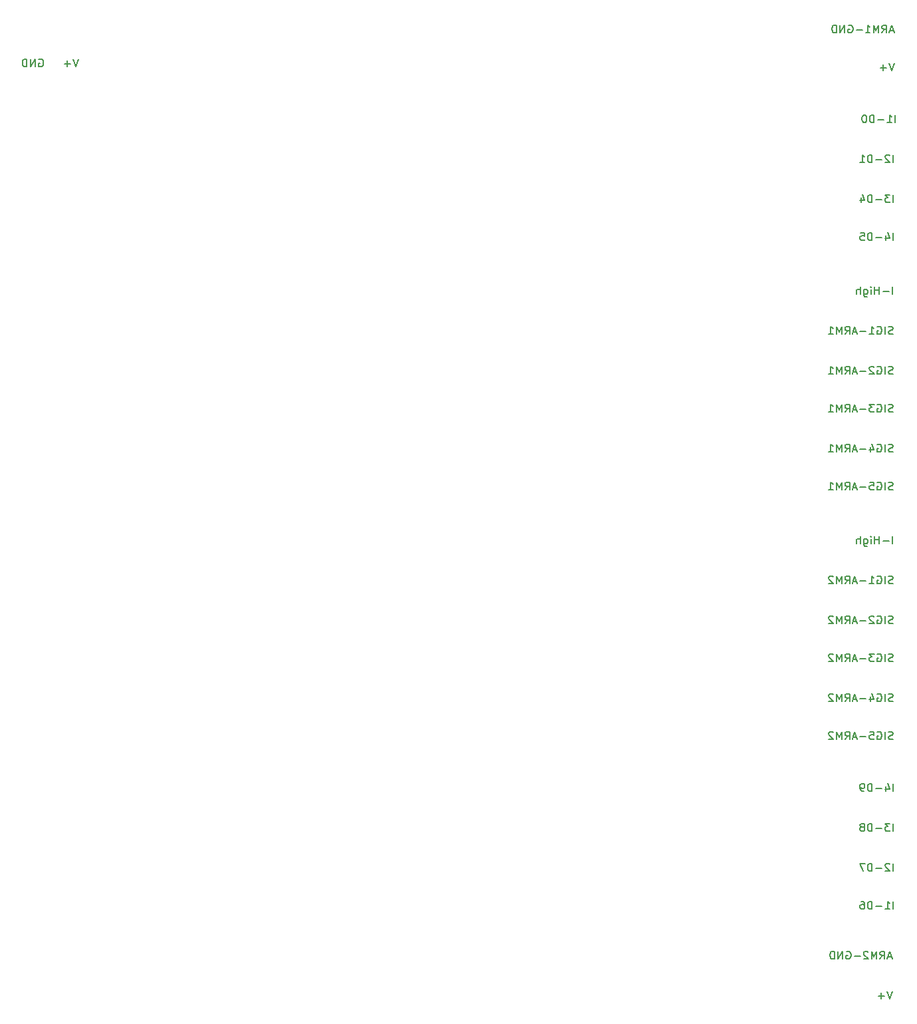
<source format=gbo>
G04 #@! TF.GenerationSoftware,KiCad,Pcbnew,(5.1.2)-2*
G04 #@! TF.CreationDate,2019-06-30T10:01:43-04:00*
G04 #@! TF.ProjectId,controller,636f6e74-726f-46c6-9c65-722e6b696361,rev?*
G04 #@! TF.SameCoordinates,Original*
G04 #@! TF.FileFunction,Legend,Bot*
G04 #@! TF.FilePolarity,Positive*
%FSLAX46Y46*%
G04 Gerber Fmt 4.6, Leading zero omitted, Abs format (unit mm)*
G04 Created by KiCad (PCBNEW (5.1.2)-2) date 2019-06-30 10:01:43*
%MOMM*%
%LPD*%
G04 APERTURE LIST*
%ADD10C,0.150000*%
G04 APERTURE END LIST*
D10*
X120141904Y-30742000D02*
X120237142Y-30694380D01*
X120380000Y-30694380D01*
X120522857Y-30742000D01*
X120618095Y-30837238D01*
X120665714Y-30932476D01*
X120713333Y-31122952D01*
X120713333Y-31265809D01*
X120665714Y-31456285D01*
X120618095Y-31551523D01*
X120522857Y-31646761D01*
X120380000Y-31694380D01*
X120284761Y-31694380D01*
X120141904Y-31646761D01*
X120094285Y-31599142D01*
X120094285Y-31265809D01*
X120284761Y-31265809D01*
X119665714Y-31694380D02*
X119665714Y-30694380D01*
X119094285Y-31694380D01*
X119094285Y-30694380D01*
X118618095Y-31694380D02*
X118618095Y-30694380D01*
X118380000Y-30694380D01*
X118237142Y-30742000D01*
X118141904Y-30837238D01*
X118094285Y-30932476D01*
X118046666Y-31122952D01*
X118046666Y-31265809D01*
X118094285Y-31456285D01*
X118141904Y-31551523D01*
X118237142Y-31646761D01*
X118380000Y-31694380D01*
X118618095Y-31694380D01*
X125158380Y-30694380D02*
X124825047Y-31694380D01*
X124491714Y-30694380D01*
X124158380Y-31313428D02*
X123396476Y-31313428D01*
X123777428Y-31694380D02*
X123777428Y-30932476D01*
X228885238Y-117244761D02*
X228742380Y-117292380D01*
X228504285Y-117292380D01*
X228409047Y-117244761D01*
X228361428Y-117197142D01*
X228313809Y-117101904D01*
X228313809Y-117006666D01*
X228361428Y-116911428D01*
X228409047Y-116863809D01*
X228504285Y-116816190D01*
X228694761Y-116768571D01*
X228790000Y-116720952D01*
X228837619Y-116673333D01*
X228885238Y-116578095D01*
X228885238Y-116482857D01*
X228837619Y-116387619D01*
X228790000Y-116340000D01*
X228694761Y-116292380D01*
X228456666Y-116292380D01*
X228313809Y-116340000D01*
X227885238Y-117292380D02*
X227885238Y-116292380D01*
X226885238Y-116340000D02*
X226980476Y-116292380D01*
X227123333Y-116292380D01*
X227266190Y-116340000D01*
X227361428Y-116435238D01*
X227409047Y-116530476D01*
X227456666Y-116720952D01*
X227456666Y-116863809D01*
X227409047Y-117054285D01*
X227361428Y-117149523D01*
X227266190Y-117244761D01*
X227123333Y-117292380D01*
X227028095Y-117292380D01*
X226885238Y-117244761D01*
X226837619Y-117197142D01*
X226837619Y-116863809D01*
X227028095Y-116863809D01*
X225932857Y-116292380D02*
X226409047Y-116292380D01*
X226456666Y-116768571D01*
X226409047Y-116720952D01*
X226313809Y-116673333D01*
X226075714Y-116673333D01*
X225980476Y-116720952D01*
X225932857Y-116768571D01*
X225885238Y-116863809D01*
X225885238Y-117101904D01*
X225932857Y-117197142D01*
X225980476Y-117244761D01*
X226075714Y-117292380D01*
X226313809Y-117292380D01*
X226409047Y-117244761D01*
X226456666Y-117197142D01*
X225456666Y-116911428D02*
X224694761Y-116911428D01*
X224266190Y-117006666D02*
X223790000Y-117006666D01*
X224361428Y-117292380D02*
X224028095Y-116292380D01*
X223694761Y-117292380D01*
X222790000Y-117292380D02*
X223123333Y-116816190D01*
X223361428Y-117292380D02*
X223361428Y-116292380D01*
X222980476Y-116292380D01*
X222885238Y-116340000D01*
X222837619Y-116387619D01*
X222790000Y-116482857D01*
X222790000Y-116625714D01*
X222837619Y-116720952D01*
X222885238Y-116768571D01*
X222980476Y-116816190D01*
X223361428Y-116816190D01*
X222361428Y-117292380D02*
X222361428Y-116292380D01*
X222028095Y-117006666D01*
X221694761Y-116292380D01*
X221694761Y-117292380D01*
X221266190Y-116387619D02*
X221218571Y-116340000D01*
X221123333Y-116292380D01*
X220885238Y-116292380D01*
X220790000Y-116340000D01*
X220742380Y-116387619D01*
X220694761Y-116482857D01*
X220694761Y-116578095D01*
X220742380Y-116720952D01*
X221313809Y-117292380D01*
X220694761Y-117292380D01*
X228885238Y-112418761D02*
X228742380Y-112466380D01*
X228504285Y-112466380D01*
X228409047Y-112418761D01*
X228361428Y-112371142D01*
X228313809Y-112275904D01*
X228313809Y-112180666D01*
X228361428Y-112085428D01*
X228409047Y-112037809D01*
X228504285Y-111990190D01*
X228694761Y-111942571D01*
X228790000Y-111894952D01*
X228837619Y-111847333D01*
X228885238Y-111752095D01*
X228885238Y-111656857D01*
X228837619Y-111561619D01*
X228790000Y-111514000D01*
X228694761Y-111466380D01*
X228456666Y-111466380D01*
X228313809Y-111514000D01*
X227885238Y-112466380D02*
X227885238Y-111466380D01*
X226885238Y-111514000D02*
X226980476Y-111466380D01*
X227123333Y-111466380D01*
X227266190Y-111514000D01*
X227361428Y-111609238D01*
X227409047Y-111704476D01*
X227456666Y-111894952D01*
X227456666Y-112037809D01*
X227409047Y-112228285D01*
X227361428Y-112323523D01*
X227266190Y-112418761D01*
X227123333Y-112466380D01*
X227028095Y-112466380D01*
X226885238Y-112418761D01*
X226837619Y-112371142D01*
X226837619Y-112037809D01*
X227028095Y-112037809D01*
X225980476Y-111799714D02*
X225980476Y-112466380D01*
X226218571Y-111418761D02*
X226456666Y-112133047D01*
X225837619Y-112133047D01*
X225456666Y-112085428D02*
X224694761Y-112085428D01*
X224266190Y-112180666D02*
X223790000Y-112180666D01*
X224361428Y-112466380D02*
X224028095Y-111466380D01*
X223694761Y-112466380D01*
X222790000Y-112466380D02*
X223123333Y-111990190D01*
X223361428Y-112466380D02*
X223361428Y-111466380D01*
X222980476Y-111466380D01*
X222885238Y-111514000D01*
X222837619Y-111561619D01*
X222790000Y-111656857D01*
X222790000Y-111799714D01*
X222837619Y-111894952D01*
X222885238Y-111942571D01*
X222980476Y-111990190D01*
X223361428Y-111990190D01*
X222361428Y-112466380D02*
X222361428Y-111466380D01*
X222028095Y-112180666D01*
X221694761Y-111466380D01*
X221694761Y-112466380D01*
X221266190Y-111561619D02*
X221218571Y-111514000D01*
X221123333Y-111466380D01*
X220885238Y-111466380D01*
X220790000Y-111514000D01*
X220742380Y-111561619D01*
X220694761Y-111656857D01*
X220694761Y-111752095D01*
X220742380Y-111894952D01*
X221313809Y-112466380D01*
X220694761Y-112466380D01*
X228885238Y-107338761D02*
X228742380Y-107386380D01*
X228504285Y-107386380D01*
X228409047Y-107338761D01*
X228361428Y-107291142D01*
X228313809Y-107195904D01*
X228313809Y-107100666D01*
X228361428Y-107005428D01*
X228409047Y-106957809D01*
X228504285Y-106910190D01*
X228694761Y-106862571D01*
X228790000Y-106814952D01*
X228837619Y-106767333D01*
X228885238Y-106672095D01*
X228885238Y-106576857D01*
X228837619Y-106481619D01*
X228790000Y-106434000D01*
X228694761Y-106386380D01*
X228456666Y-106386380D01*
X228313809Y-106434000D01*
X227885238Y-107386380D02*
X227885238Y-106386380D01*
X226885238Y-106434000D02*
X226980476Y-106386380D01*
X227123333Y-106386380D01*
X227266190Y-106434000D01*
X227361428Y-106529238D01*
X227409047Y-106624476D01*
X227456666Y-106814952D01*
X227456666Y-106957809D01*
X227409047Y-107148285D01*
X227361428Y-107243523D01*
X227266190Y-107338761D01*
X227123333Y-107386380D01*
X227028095Y-107386380D01*
X226885238Y-107338761D01*
X226837619Y-107291142D01*
X226837619Y-106957809D01*
X227028095Y-106957809D01*
X226504285Y-106386380D02*
X225885238Y-106386380D01*
X226218571Y-106767333D01*
X226075714Y-106767333D01*
X225980476Y-106814952D01*
X225932857Y-106862571D01*
X225885238Y-106957809D01*
X225885238Y-107195904D01*
X225932857Y-107291142D01*
X225980476Y-107338761D01*
X226075714Y-107386380D01*
X226361428Y-107386380D01*
X226456666Y-107338761D01*
X226504285Y-107291142D01*
X225456666Y-107005428D02*
X224694761Y-107005428D01*
X224266190Y-107100666D02*
X223790000Y-107100666D01*
X224361428Y-107386380D02*
X224028095Y-106386380D01*
X223694761Y-107386380D01*
X222790000Y-107386380D02*
X223123333Y-106910190D01*
X223361428Y-107386380D02*
X223361428Y-106386380D01*
X222980476Y-106386380D01*
X222885238Y-106434000D01*
X222837619Y-106481619D01*
X222790000Y-106576857D01*
X222790000Y-106719714D01*
X222837619Y-106814952D01*
X222885238Y-106862571D01*
X222980476Y-106910190D01*
X223361428Y-106910190D01*
X222361428Y-107386380D02*
X222361428Y-106386380D01*
X222028095Y-107100666D01*
X221694761Y-106386380D01*
X221694761Y-107386380D01*
X221266190Y-106481619D02*
X221218571Y-106434000D01*
X221123333Y-106386380D01*
X220885238Y-106386380D01*
X220790000Y-106434000D01*
X220742380Y-106481619D01*
X220694761Y-106576857D01*
X220694761Y-106672095D01*
X220742380Y-106814952D01*
X221313809Y-107386380D01*
X220694761Y-107386380D01*
X228885238Y-102512761D02*
X228742380Y-102560380D01*
X228504285Y-102560380D01*
X228409047Y-102512761D01*
X228361428Y-102465142D01*
X228313809Y-102369904D01*
X228313809Y-102274666D01*
X228361428Y-102179428D01*
X228409047Y-102131809D01*
X228504285Y-102084190D01*
X228694761Y-102036571D01*
X228790000Y-101988952D01*
X228837619Y-101941333D01*
X228885238Y-101846095D01*
X228885238Y-101750857D01*
X228837619Y-101655619D01*
X228790000Y-101608000D01*
X228694761Y-101560380D01*
X228456666Y-101560380D01*
X228313809Y-101608000D01*
X227885238Y-102560380D02*
X227885238Y-101560380D01*
X226885238Y-101608000D02*
X226980476Y-101560380D01*
X227123333Y-101560380D01*
X227266190Y-101608000D01*
X227361428Y-101703238D01*
X227409047Y-101798476D01*
X227456666Y-101988952D01*
X227456666Y-102131809D01*
X227409047Y-102322285D01*
X227361428Y-102417523D01*
X227266190Y-102512761D01*
X227123333Y-102560380D01*
X227028095Y-102560380D01*
X226885238Y-102512761D01*
X226837619Y-102465142D01*
X226837619Y-102131809D01*
X227028095Y-102131809D01*
X226456666Y-101655619D02*
X226409047Y-101608000D01*
X226313809Y-101560380D01*
X226075714Y-101560380D01*
X225980476Y-101608000D01*
X225932857Y-101655619D01*
X225885238Y-101750857D01*
X225885238Y-101846095D01*
X225932857Y-101988952D01*
X226504285Y-102560380D01*
X225885238Y-102560380D01*
X225456666Y-102179428D02*
X224694761Y-102179428D01*
X224266190Y-102274666D02*
X223790000Y-102274666D01*
X224361428Y-102560380D02*
X224028095Y-101560380D01*
X223694761Y-102560380D01*
X222790000Y-102560380D02*
X223123333Y-102084190D01*
X223361428Y-102560380D02*
X223361428Y-101560380D01*
X222980476Y-101560380D01*
X222885238Y-101608000D01*
X222837619Y-101655619D01*
X222790000Y-101750857D01*
X222790000Y-101893714D01*
X222837619Y-101988952D01*
X222885238Y-102036571D01*
X222980476Y-102084190D01*
X223361428Y-102084190D01*
X222361428Y-102560380D02*
X222361428Y-101560380D01*
X222028095Y-102274666D01*
X221694761Y-101560380D01*
X221694761Y-102560380D01*
X221266190Y-101655619D02*
X221218571Y-101608000D01*
X221123333Y-101560380D01*
X220885238Y-101560380D01*
X220790000Y-101608000D01*
X220742380Y-101655619D01*
X220694761Y-101750857D01*
X220694761Y-101846095D01*
X220742380Y-101988952D01*
X221313809Y-102560380D01*
X220694761Y-102560380D01*
X228885238Y-97432761D02*
X228742380Y-97480380D01*
X228504285Y-97480380D01*
X228409047Y-97432761D01*
X228361428Y-97385142D01*
X228313809Y-97289904D01*
X228313809Y-97194666D01*
X228361428Y-97099428D01*
X228409047Y-97051809D01*
X228504285Y-97004190D01*
X228694761Y-96956571D01*
X228790000Y-96908952D01*
X228837619Y-96861333D01*
X228885238Y-96766095D01*
X228885238Y-96670857D01*
X228837619Y-96575619D01*
X228790000Y-96528000D01*
X228694761Y-96480380D01*
X228456666Y-96480380D01*
X228313809Y-96528000D01*
X227885238Y-97480380D02*
X227885238Y-96480380D01*
X226885238Y-96528000D02*
X226980476Y-96480380D01*
X227123333Y-96480380D01*
X227266190Y-96528000D01*
X227361428Y-96623238D01*
X227409047Y-96718476D01*
X227456666Y-96908952D01*
X227456666Y-97051809D01*
X227409047Y-97242285D01*
X227361428Y-97337523D01*
X227266190Y-97432761D01*
X227123333Y-97480380D01*
X227028095Y-97480380D01*
X226885238Y-97432761D01*
X226837619Y-97385142D01*
X226837619Y-97051809D01*
X227028095Y-97051809D01*
X225885238Y-97480380D02*
X226456666Y-97480380D01*
X226170952Y-97480380D02*
X226170952Y-96480380D01*
X226266190Y-96623238D01*
X226361428Y-96718476D01*
X226456666Y-96766095D01*
X225456666Y-97099428D02*
X224694761Y-97099428D01*
X224266190Y-97194666D02*
X223790000Y-97194666D01*
X224361428Y-97480380D02*
X224028095Y-96480380D01*
X223694761Y-97480380D01*
X222790000Y-97480380D02*
X223123333Y-97004190D01*
X223361428Y-97480380D02*
X223361428Y-96480380D01*
X222980476Y-96480380D01*
X222885238Y-96528000D01*
X222837619Y-96575619D01*
X222790000Y-96670857D01*
X222790000Y-96813714D01*
X222837619Y-96908952D01*
X222885238Y-96956571D01*
X222980476Y-97004190D01*
X223361428Y-97004190D01*
X222361428Y-97480380D02*
X222361428Y-96480380D01*
X222028095Y-97194666D01*
X221694761Y-96480380D01*
X221694761Y-97480380D01*
X221266190Y-96575619D02*
X221218571Y-96528000D01*
X221123333Y-96480380D01*
X220885238Y-96480380D01*
X220790000Y-96528000D01*
X220742380Y-96575619D01*
X220694761Y-96670857D01*
X220694761Y-96766095D01*
X220742380Y-96908952D01*
X221313809Y-97480380D01*
X220694761Y-97480380D01*
X228853714Y-92400380D02*
X228853714Y-91400380D01*
X228377523Y-92019428D02*
X227615619Y-92019428D01*
X227139428Y-92400380D02*
X227139428Y-91400380D01*
X227139428Y-91876571D02*
X226568000Y-91876571D01*
X226568000Y-92400380D02*
X226568000Y-91400380D01*
X226091809Y-92400380D02*
X226091809Y-91733714D01*
X226091809Y-91400380D02*
X226139428Y-91448000D01*
X226091809Y-91495619D01*
X226044190Y-91448000D01*
X226091809Y-91400380D01*
X226091809Y-91495619D01*
X225187047Y-91733714D02*
X225187047Y-92543238D01*
X225234666Y-92638476D01*
X225282285Y-92686095D01*
X225377523Y-92733714D01*
X225520380Y-92733714D01*
X225615619Y-92686095D01*
X225187047Y-92352761D02*
X225282285Y-92400380D01*
X225472761Y-92400380D01*
X225568000Y-92352761D01*
X225615619Y-92305142D01*
X225663238Y-92209904D01*
X225663238Y-91924190D01*
X225615619Y-91828952D01*
X225568000Y-91781333D01*
X225472761Y-91733714D01*
X225282285Y-91733714D01*
X225187047Y-91781333D01*
X224710857Y-92400380D02*
X224710857Y-91400380D01*
X224282285Y-92400380D02*
X224282285Y-91876571D01*
X224329904Y-91781333D01*
X224425142Y-91733714D01*
X224568000Y-91733714D01*
X224663238Y-91781333D01*
X224710857Y-91828952D01*
X228885238Y-85494761D02*
X228742380Y-85542380D01*
X228504285Y-85542380D01*
X228409047Y-85494761D01*
X228361428Y-85447142D01*
X228313809Y-85351904D01*
X228313809Y-85256666D01*
X228361428Y-85161428D01*
X228409047Y-85113809D01*
X228504285Y-85066190D01*
X228694761Y-85018571D01*
X228790000Y-84970952D01*
X228837619Y-84923333D01*
X228885238Y-84828095D01*
X228885238Y-84732857D01*
X228837619Y-84637619D01*
X228790000Y-84590000D01*
X228694761Y-84542380D01*
X228456666Y-84542380D01*
X228313809Y-84590000D01*
X227885238Y-85542380D02*
X227885238Y-84542380D01*
X226885238Y-84590000D02*
X226980476Y-84542380D01*
X227123333Y-84542380D01*
X227266190Y-84590000D01*
X227361428Y-84685238D01*
X227409047Y-84780476D01*
X227456666Y-84970952D01*
X227456666Y-85113809D01*
X227409047Y-85304285D01*
X227361428Y-85399523D01*
X227266190Y-85494761D01*
X227123333Y-85542380D01*
X227028095Y-85542380D01*
X226885238Y-85494761D01*
X226837619Y-85447142D01*
X226837619Y-85113809D01*
X227028095Y-85113809D01*
X225932857Y-84542380D02*
X226409047Y-84542380D01*
X226456666Y-85018571D01*
X226409047Y-84970952D01*
X226313809Y-84923333D01*
X226075714Y-84923333D01*
X225980476Y-84970952D01*
X225932857Y-85018571D01*
X225885238Y-85113809D01*
X225885238Y-85351904D01*
X225932857Y-85447142D01*
X225980476Y-85494761D01*
X226075714Y-85542380D01*
X226313809Y-85542380D01*
X226409047Y-85494761D01*
X226456666Y-85447142D01*
X225456666Y-85161428D02*
X224694761Y-85161428D01*
X224266190Y-85256666D02*
X223790000Y-85256666D01*
X224361428Y-85542380D02*
X224028095Y-84542380D01*
X223694761Y-85542380D01*
X222790000Y-85542380D02*
X223123333Y-85066190D01*
X223361428Y-85542380D02*
X223361428Y-84542380D01*
X222980476Y-84542380D01*
X222885238Y-84590000D01*
X222837619Y-84637619D01*
X222790000Y-84732857D01*
X222790000Y-84875714D01*
X222837619Y-84970952D01*
X222885238Y-85018571D01*
X222980476Y-85066190D01*
X223361428Y-85066190D01*
X222361428Y-85542380D02*
X222361428Y-84542380D01*
X222028095Y-85256666D01*
X221694761Y-84542380D01*
X221694761Y-85542380D01*
X220694761Y-85542380D02*
X221266190Y-85542380D01*
X220980476Y-85542380D02*
X220980476Y-84542380D01*
X221075714Y-84685238D01*
X221170952Y-84780476D01*
X221266190Y-84828095D01*
X228885238Y-80668761D02*
X228742380Y-80716380D01*
X228504285Y-80716380D01*
X228409047Y-80668761D01*
X228361428Y-80621142D01*
X228313809Y-80525904D01*
X228313809Y-80430666D01*
X228361428Y-80335428D01*
X228409047Y-80287809D01*
X228504285Y-80240190D01*
X228694761Y-80192571D01*
X228790000Y-80144952D01*
X228837619Y-80097333D01*
X228885238Y-80002095D01*
X228885238Y-79906857D01*
X228837619Y-79811619D01*
X228790000Y-79764000D01*
X228694761Y-79716380D01*
X228456666Y-79716380D01*
X228313809Y-79764000D01*
X227885238Y-80716380D02*
X227885238Y-79716380D01*
X226885238Y-79764000D02*
X226980476Y-79716380D01*
X227123333Y-79716380D01*
X227266190Y-79764000D01*
X227361428Y-79859238D01*
X227409047Y-79954476D01*
X227456666Y-80144952D01*
X227456666Y-80287809D01*
X227409047Y-80478285D01*
X227361428Y-80573523D01*
X227266190Y-80668761D01*
X227123333Y-80716380D01*
X227028095Y-80716380D01*
X226885238Y-80668761D01*
X226837619Y-80621142D01*
X226837619Y-80287809D01*
X227028095Y-80287809D01*
X225980476Y-80049714D02*
X225980476Y-80716380D01*
X226218571Y-79668761D02*
X226456666Y-80383047D01*
X225837619Y-80383047D01*
X225456666Y-80335428D02*
X224694761Y-80335428D01*
X224266190Y-80430666D02*
X223790000Y-80430666D01*
X224361428Y-80716380D02*
X224028095Y-79716380D01*
X223694761Y-80716380D01*
X222790000Y-80716380D02*
X223123333Y-80240190D01*
X223361428Y-80716380D02*
X223361428Y-79716380D01*
X222980476Y-79716380D01*
X222885238Y-79764000D01*
X222837619Y-79811619D01*
X222790000Y-79906857D01*
X222790000Y-80049714D01*
X222837619Y-80144952D01*
X222885238Y-80192571D01*
X222980476Y-80240190D01*
X223361428Y-80240190D01*
X222361428Y-80716380D02*
X222361428Y-79716380D01*
X222028095Y-80430666D01*
X221694761Y-79716380D01*
X221694761Y-80716380D01*
X220694761Y-80716380D02*
X221266190Y-80716380D01*
X220980476Y-80716380D02*
X220980476Y-79716380D01*
X221075714Y-79859238D01*
X221170952Y-79954476D01*
X221266190Y-80002095D01*
X228885238Y-75588761D02*
X228742380Y-75636380D01*
X228504285Y-75636380D01*
X228409047Y-75588761D01*
X228361428Y-75541142D01*
X228313809Y-75445904D01*
X228313809Y-75350666D01*
X228361428Y-75255428D01*
X228409047Y-75207809D01*
X228504285Y-75160190D01*
X228694761Y-75112571D01*
X228790000Y-75064952D01*
X228837619Y-75017333D01*
X228885238Y-74922095D01*
X228885238Y-74826857D01*
X228837619Y-74731619D01*
X228790000Y-74684000D01*
X228694761Y-74636380D01*
X228456666Y-74636380D01*
X228313809Y-74684000D01*
X227885238Y-75636380D02*
X227885238Y-74636380D01*
X226885238Y-74684000D02*
X226980476Y-74636380D01*
X227123333Y-74636380D01*
X227266190Y-74684000D01*
X227361428Y-74779238D01*
X227409047Y-74874476D01*
X227456666Y-75064952D01*
X227456666Y-75207809D01*
X227409047Y-75398285D01*
X227361428Y-75493523D01*
X227266190Y-75588761D01*
X227123333Y-75636380D01*
X227028095Y-75636380D01*
X226885238Y-75588761D01*
X226837619Y-75541142D01*
X226837619Y-75207809D01*
X227028095Y-75207809D01*
X226504285Y-74636380D02*
X225885238Y-74636380D01*
X226218571Y-75017333D01*
X226075714Y-75017333D01*
X225980476Y-75064952D01*
X225932857Y-75112571D01*
X225885238Y-75207809D01*
X225885238Y-75445904D01*
X225932857Y-75541142D01*
X225980476Y-75588761D01*
X226075714Y-75636380D01*
X226361428Y-75636380D01*
X226456666Y-75588761D01*
X226504285Y-75541142D01*
X225456666Y-75255428D02*
X224694761Y-75255428D01*
X224266190Y-75350666D02*
X223790000Y-75350666D01*
X224361428Y-75636380D02*
X224028095Y-74636380D01*
X223694761Y-75636380D01*
X222790000Y-75636380D02*
X223123333Y-75160190D01*
X223361428Y-75636380D02*
X223361428Y-74636380D01*
X222980476Y-74636380D01*
X222885238Y-74684000D01*
X222837619Y-74731619D01*
X222790000Y-74826857D01*
X222790000Y-74969714D01*
X222837619Y-75064952D01*
X222885238Y-75112571D01*
X222980476Y-75160190D01*
X223361428Y-75160190D01*
X222361428Y-75636380D02*
X222361428Y-74636380D01*
X222028095Y-75350666D01*
X221694761Y-74636380D01*
X221694761Y-75636380D01*
X220694761Y-75636380D02*
X221266190Y-75636380D01*
X220980476Y-75636380D02*
X220980476Y-74636380D01*
X221075714Y-74779238D01*
X221170952Y-74874476D01*
X221266190Y-74922095D01*
X228885238Y-70762761D02*
X228742380Y-70810380D01*
X228504285Y-70810380D01*
X228409047Y-70762761D01*
X228361428Y-70715142D01*
X228313809Y-70619904D01*
X228313809Y-70524666D01*
X228361428Y-70429428D01*
X228409047Y-70381809D01*
X228504285Y-70334190D01*
X228694761Y-70286571D01*
X228790000Y-70238952D01*
X228837619Y-70191333D01*
X228885238Y-70096095D01*
X228885238Y-70000857D01*
X228837619Y-69905619D01*
X228790000Y-69858000D01*
X228694761Y-69810380D01*
X228456666Y-69810380D01*
X228313809Y-69858000D01*
X227885238Y-70810380D02*
X227885238Y-69810380D01*
X226885238Y-69858000D02*
X226980476Y-69810380D01*
X227123333Y-69810380D01*
X227266190Y-69858000D01*
X227361428Y-69953238D01*
X227409047Y-70048476D01*
X227456666Y-70238952D01*
X227456666Y-70381809D01*
X227409047Y-70572285D01*
X227361428Y-70667523D01*
X227266190Y-70762761D01*
X227123333Y-70810380D01*
X227028095Y-70810380D01*
X226885238Y-70762761D01*
X226837619Y-70715142D01*
X226837619Y-70381809D01*
X227028095Y-70381809D01*
X226456666Y-69905619D02*
X226409047Y-69858000D01*
X226313809Y-69810380D01*
X226075714Y-69810380D01*
X225980476Y-69858000D01*
X225932857Y-69905619D01*
X225885238Y-70000857D01*
X225885238Y-70096095D01*
X225932857Y-70238952D01*
X226504285Y-70810380D01*
X225885238Y-70810380D01*
X225456666Y-70429428D02*
X224694761Y-70429428D01*
X224266190Y-70524666D02*
X223790000Y-70524666D01*
X224361428Y-70810380D02*
X224028095Y-69810380D01*
X223694761Y-70810380D01*
X222790000Y-70810380D02*
X223123333Y-70334190D01*
X223361428Y-70810380D02*
X223361428Y-69810380D01*
X222980476Y-69810380D01*
X222885238Y-69858000D01*
X222837619Y-69905619D01*
X222790000Y-70000857D01*
X222790000Y-70143714D01*
X222837619Y-70238952D01*
X222885238Y-70286571D01*
X222980476Y-70334190D01*
X223361428Y-70334190D01*
X222361428Y-70810380D02*
X222361428Y-69810380D01*
X222028095Y-70524666D01*
X221694761Y-69810380D01*
X221694761Y-70810380D01*
X220694761Y-70810380D02*
X221266190Y-70810380D01*
X220980476Y-70810380D02*
X220980476Y-69810380D01*
X221075714Y-69953238D01*
X221170952Y-70048476D01*
X221266190Y-70096095D01*
X228885238Y-65682761D02*
X228742380Y-65730380D01*
X228504285Y-65730380D01*
X228409047Y-65682761D01*
X228361428Y-65635142D01*
X228313809Y-65539904D01*
X228313809Y-65444666D01*
X228361428Y-65349428D01*
X228409047Y-65301809D01*
X228504285Y-65254190D01*
X228694761Y-65206571D01*
X228790000Y-65158952D01*
X228837619Y-65111333D01*
X228885238Y-65016095D01*
X228885238Y-64920857D01*
X228837619Y-64825619D01*
X228790000Y-64778000D01*
X228694761Y-64730380D01*
X228456666Y-64730380D01*
X228313809Y-64778000D01*
X227885238Y-65730380D02*
X227885238Y-64730380D01*
X226885238Y-64778000D02*
X226980476Y-64730380D01*
X227123333Y-64730380D01*
X227266190Y-64778000D01*
X227361428Y-64873238D01*
X227409047Y-64968476D01*
X227456666Y-65158952D01*
X227456666Y-65301809D01*
X227409047Y-65492285D01*
X227361428Y-65587523D01*
X227266190Y-65682761D01*
X227123333Y-65730380D01*
X227028095Y-65730380D01*
X226885238Y-65682761D01*
X226837619Y-65635142D01*
X226837619Y-65301809D01*
X227028095Y-65301809D01*
X225885238Y-65730380D02*
X226456666Y-65730380D01*
X226170952Y-65730380D02*
X226170952Y-64730380D01*
X226266190Y-64873238D01*
X226361428Y-64968476D01*
X226456666Y-65016095D01*
X225456666Y-65349428D02*
X224694761Y-65349428D01*
X224266190Y-65444666D02*
X223790000Y-65444666D01*
X224361428Y-65730380D02*
X224028095Y-64730380D01*
X223694761Y-65730380D01*
X222790000Y-65730380D02*
X223123333Y-65254190D01*
X223361428Y-65730380D02*
X223361428Y-64730380D01*
X222980476Y-64730380D01*
X222885238Y-64778000D01*
X222837619Y-64825619D01*
X222790000Y-64920857D01*
X222790000Y-65063714D01*
X222837619Y-65158952D01*
X222885238Y-65206571D01*
X222980476Y-65254190D01*
X223361428Y-65254190D01*
X222361428Y-65730380D02*
X222361428Y-64730380D01*
X222028095Y-65444666D01*
X221694761Y-64730380D01*
X221694761Y-65730380D01*
X220694761Y-65730380D02*
X221266190Y-65730380D01*
X220980476Y-65730380D02*
X220980476Y-64730380D01*
X221075714Y-64873238D01*
X221170952Y-64968476D01*
X221266190Y-65016095D01*
X228853714Y-60650380D02*
X228853714Y-59650380D01*
X228377523Y-60269428D02*
X227615619Y-60269428D01*
X227139428Y-60650380D02*
X227139428Y-59650380D01*
X227139428Y-60126571D02*
X226568000Y-60126571D01*
X226568000Y-60650380D02*
X226568000Y-59650380D01*
X226091809Y-60650380D02*
X226091809Y-59983714D01*
X226091809Y-59650380D02*
X226139428Y-59698000D01*
X226091809Y-59745619D01*
X226044190Y-59698000D01*
X226091809Y-59650380D01*
X226091809Y-59745619D01*
X225187047Y-59983714D02*
X225187047Y-60793238D01*
X225234666Y-60888476D01*
X225282285Y-60936095D01*
X225377523Y-60983714D01*
X225520380Y-60983714D01*
X225615619Y-60936095D01*
X225187047Y-60602761D02*
X225282285Y-60650380D01*
X225472761Y-60650380D01*
X225568000Y-60602761D01*
X225615619Y-60555142D01*
X225663238Y-60459904D01*
X225663238Y-60174190D01*
X225615619Y-60078952D01*
X225568000Y-60031333D01*
X225472761Y-59983714D01*
X225282285Y-59983714D01*
X225187047Y-60031333D01*
X224710857Y-60650380D02*
X224710857Y-59650380D01*
X224282285Y-60650380D02*
X224282285Y-60126571D01*
X224329904Y-60031333D01*
X224425142Y-59983714D01*
X224568000Y-59983714D01*
X224663238Y-60031333D01*
X224710857Y-60078952D01*
X228893428Y-138882380D02*
X228893428Y-137882380D01*
X227893428Y-138882380D02*
X228464857Y-138882380D01*
X228179142Y-138882380D02*
X228179142Y-137882380D01*
X228274380Y-138025238D01*
X228369619Y-138120476D01*
X228464857Y-138168095D01*
X227464857Y-138501428D02*
X226702952Y-138501428D01*
X226226761Y-138882380D02*
X226226761Y-137882380D01*
X225988666Y-137882380D01*
X225845809Y-137930000D01*
X225750571Y-138025238D01*
X225702952Y-138120476D01*
X225655333Y-138310952D01*
X225655333Y-138453809D01*
X225702952Y-138644285D01*
X225750571Y-138739523D01*
X225845809Y-138834761D01*
X225988666Y-138882380D01*
X226226761Y-138882380D01*
X224798190Y-137882380D02*
X224988666Y-137882380D01*
X225083904Y-137930000D01*
X225131523Y-137977619D01*
X225226761Y-138120476D01*
X225274380Y-138310952D01*
X225274380Y-138691904D01*
X225226761Y-138787142D01*
X225179142Y-138834761D01*
X225083904Y-138882380D01*
X224893428Y-138882380D01*
X224798190Y-138834761D01*
X224750571Y-138787142D01*
X224702952Y-138691904D01*
X224702952Y-138453809D01*
X224750571Y-138358571D01*
X224798190Y-138310952D01*
X224893428Y-138263333D01*
X225083904Y-138263333D01*
X225179142Y-138310952D01*
X225226761Y-138358571D01*
X225274380Y-138453809D01*
X228893428Y-134056380D02*
X228893428Y-133056380D01*
X228464857Y-133151619D02*
X228417238Y-133104000D01*
X228322000Y-133056380D01*
X228083904Y-133056380D01*
X227988666Y-133104000D01*
X227941047Y-133151619D01*
X227893428Y-133246857D01*
X227893428Y-133342095D01*
X227941047Y-133484952D01*
X228512476Y-134056380D01*
X227893428Y-134056380D01*
X227464857Y-133675428D02*
X226702952Y-133675428D01*
X226226761Y-134056380D02*
X226226761Y-133056380D01*
X225988666Y-133056380D01*
X225845809Y-133104000D01*
X225750571Y-133199238D01*
X225702952Y-133294476D01*
X225655333Y-133484952D01*
X225655333Y-133627809D01*
X225702952Y-133818285D01*
X225750571Y-133913523D01*
X225845809Y-134008761D01*
X225988666Y-134056380D01*
X226226761Y-134056380D01*
X225322000Y-133056380D02*
X224655333Y-133056380D01*
X225083904Y-134056380D01*
X228893428Y-128976380D02*
X228893428Y-127976380D01*
X228512476Y-127976380D02*
X227893428Y-127976380D01*
X228226761Y-128357333D01*
X228083904Y-128357333D01*
X227988666Y-128404952D01*
X227941047Y-128452571D01*
X227893428Y-128547809D01*
X227893428Y-128785904D01*
X227941047Y-128881142D01*
X227988666Y-128928761D01*
X228083904Y-128976380D01*
X228369619Y-128976380D01*
X228464857Y-128928761D01*
X228512476Y-128881142D01*
X227464857Y-128595428D02*
X226702952Y-128595428D01*
X226226761Y-128976380D02*
X226226761Y-127976380D01*
X225988666Y-127976380D01*
X225845809Y-128024000D01*
X225750571Y-128119238D01*
X225702952Y-128214476D01*
X225655333Y-128404952D01*
X225655333Y-128547809D01*
X225702952Y-128738285D01*
X225750571Y-128833523D01*
X225845809Y-128928761D01*
X225988666Y-128976380D01*
X226226761Y-128976380D01*
X225083904Y-128404952D02*
X225179142Y-128357333D01*
X225226761Y-128309714D01*
X225274380Y-128214476D01*
X225274380Y-128166857D01*
X225226761Y-128071619D01*
X225179142Y-128024000D01*
X225083904Y-127976380D01*
X224893428Y-127976380D01*
X224798190Y-128024000D01*
X224750571Y-128071619D01*
X224702952Y-128166857D01*
X224702952Y-128214476D01*
X224750571Y-128309714D01*
X224798190Y-128357333D01*
X224893428Y-128404952D01*
X225083904Y-128404952D01*
X225179142Y-128452571D01*
X225226761Y-128500190D01*
X225274380Y-128595428D01*
X225274380Y-128785904D01*
X225226761Y-128881142D01*
X225179142Y-128928761D01*
X225083904Y-128976380D01*
X224893428Y-128976380D01*
X224798190Y-128928761D01*
X224750571Y-128881142D01*
X224702952Y-128785904D01*
X224702952Y-128595428D01*
X224750571Y-128500190D01*
X224798190Y-128452571D01*
X224893428Y-128404952D01*
X228893428Y-123896380D02*
X228893428Y-122896380D01*
X227988666Y-123229714D02*
X227988666Y-123896380D01*
X228226761Y-122848761D02*
X228464857Y-123563047D01*
X227845809Y-123563047D01*
X227464857Y-123515428D02*
X226702952Y-123515428D01*
X226226761Y-123896380D02*
X226226761Y-122896380D01*
X225988666Y-122896380D01*
X225845809Y-122944000D01*
X225750571Y-123039238D01*
X225702952Y-123134476D01*
X225655333Y-123324952D01*
X225655333Y-123467809D01*
X225702952Y-123658285D01*
X225750571Y-123753523D01*
X225845809Y-123848761D01*
X225988666Y-123896380D01*
X226226761Y-123896380D01*
X225179142Y-123896380D02*
X224988666Y-123896380D01*
X224893428Y-123848761D01*
X224845809Y-123801142D01*
X224750571Y-123658285D01*
X224702952Y-123467809D01*
X224702952Y-123086857D01*
X224750571Y-122991619D01*
X224798190Y-122944000D01*
X224893428Y-122896380D01*
X225083904Y-122896380D01*
X225179142Y-122944000D01*
X225226761Y-122991619D01*
X225274380Y-123086857D01*
X225274380Y-123324952D01*
X225226761Y-123420190D01*
X225179142Y-123467809D01*
X225083904Y-123515428D01*
X224893428Y-123515428D01*
X224798190Y-123467809D01*
X224750571Y-123420190D01*
X224702952Y-123324952D01*
X228893428Y-53792380D02*
X228893428Y-52792380D01*
X227988666Y-53125714D02*
X227988666Y-53792380D01*
X228226761Y-52744761D02*
X228464857Y-53459047D01*
X227845809Y-53459047D01*
X227464857Y-53411428D02*
X226702952Y-53411428D01*
X226226761Y-53792380D02*
X226226761Y-52792380D01*
X225988666Y-52792380D01*
X225845809Y-52840000D01*
X225750571Y-52935238D01*
X225702952Y-53030476D01*
X225655333Y-53220952D01*
X225655333Y-53363809D01*
X225702952Y-53554285D01*
X225750571Y-53649523D01*
X225845809Y-53744761D01*
X225988666Y-53792380D01*
X226226761Y-53792380D01*
X224750571Y-52792380D02*
X225226761Y-52792380D01*
X225274380Y-53268571D01*
X225226761Y-53220952D01*
X225131523Y-53173333D01*
X224893428Y-53173333D01*
X224798190Y-53220952D01*
X224750571Y-53268571D01*
X224702952Y-53363809D01*
X224702952Y-53601904D01*
X224750571Y-53697142D01*
X224798190Y-53744761D01*
X224893428Y-53792380D01*
X225131523Y-53792380D01*
X225226761Y-53744761D01*
X225274380Y-53697142D01*
X228893428Y-48966380D02*
X228893428Y-47966380D01*
X228512476Y-47966380D02*
X227893428Y-47966380D01*
X228226761Y-48347333D01*
X228083904Y-48347333D01*
X227988666Y-48394952D01*
X227941047Y-48442571D01*
X227893428Y-48537809D01*
X227893428Y-48775904D01*
X227941047Y-48871142D01*
X227988666Y-48918761D01*
X228083904Y-48966380D01*
X228369619Y-48966380D01*
X228464857Y-48918761D01*
X228512476Y-48871142D01*
X227464857Y-48585428D02*
X226702952Y-48585428D01*
X226226761Y-48966380D02*
X226226761Y-47966380D01*
X225988666Y-47966380D01*
X225845809Y-48014000D01*
X225750571Y-48109238D01*
X225702952Y-48204476D01*
X225655333Y-48394952D01*
X225655333Y-48537809D01*
X225702952Y-48728285D01*
X225750571Y-48823523D01*
X225845809Y-48918761D01*
X225988666Y-48966380D01*
X226226761Y-48966380D01*
X224798190Y-48299714D02*
X224798190Y-48966380D01*
X225036285Y-47918761D02*
X225274380Y-48633047D01*
X224655333Y-48633047D01*
X228893428Y-43886380D02*
X228893428Y-42886380D01*
X228464857Y-42981619D02*
X228417238Y-42934000D01*
X228322000Y-42886380D01*
X228083904Y-42886380D01*
X227988666Y-42934000D01*
X227941047Y-42981619D01*
X227893428Y-43076857D01*
X227893428Y-43172095D01*
X227941047Y-43314952D01*
X228512476Y-43886380D01*
X227893428Y-43886380D01*
X227464857Y-43505428D02*
X226702952Y-43505428D01*
X226226761Y-43886380D02*
X226226761Y-42886380D01*
X225988666Y-42886380D01*
X225845809Y-42934000D01*
X225750571Y-43029238D01*
X225702952Y-43124476D01*
X225655333Y-43314952D01*
X225655333Y-43457809D01*
X225702952Y-43648285D01*
X225750571Y-43743523D01*
X225845809Y-43838761D01*
X225988666Y-43886380D01*
X226226761Y-43886380D01*
X224702952Y-43886380D02*
X225274380Y-43886380D01*
X224988666Y-43886380D02*
X224988666Y-42886380D01*
X225083904Y-43029238D01*
X225179142Y-43124476D01*
X225274380Y-43172095D01*
X229147428Y-38806380D02*
X229147428Y-37806380D01*
X228147428Y-38806380D02*
X228718857Y-38806380D01*
X228433142Y-38806380D02*
X228433142Y-37806380D01*
X228528380Y-37949238D01*
X228623619Y-38044476D01*
X228718857Y-38092095D01*
X227718857Y-38425428D02*
X226956952Y-38425428D01*
X226480761Y-38806380D02*
X226480761Y-37806380D01*
X226242666Y-37806380D01*
X226099809Y-37854000D01*
X226004571Y-37949238D01*
X225956952Y-38044476D01*
X225909333Y-38234952D01*
X225909333Y-38377809D01*
X225956952Y-38568285D01*
X226004571Y-38663523D01*
X226099809Y-38758761D01*
X226242666Y-38806380D01*
X226480761Y-38806380D01*
X225290285Y-37806380D02*
X225195047Y-37806380D01*
X225099809Y-37854000D01*
X225052190Y-37901619D01*
X225004571Y-37996857D01*
X224956952Y-38187333D01*
X224956952Y-38425428D01*
X225004571Y-38615904D01*
X225052190Y-38711142D01*
X225099809Y-38758761D01*
X225195047Y-38806380D01*
X225290285Y-38806380D01*
X225385523Y-38758761D01*
X225433142Y-38711142D01*
X225480761Y-38615904D01*
X225528380Y-38425428D01*
X225528380Y-38187333D01*
X225480761Y-37996857D01*
X225433142Y-37901619D01*
X225385523Y-37854000D01*
X225290285Y-37806380D01*
X228718571Y-144946666D02*
X228242380Y-144946666D01*
X228813809Y-145232380D02*
X228480476Y-144232380D01*
X228147142Y-145232380D01*
X227242380Y-145232380D02*
X227575714Y-144756190D01*
X227813809Y-145232380D02*
X227813809Y-144232380D01*
X227432857Y-144232380D01*
X227337619Y-144280000D01*
X227290000Y-144327619D01*
X227242380Y-144422857D01*
X227242380Y-144565714D01*
X227290000Y-144660952D01*
X227337619Y-144708571D01*
X227432857Y-144756190D01*
X227813809Y-144756190D01*
X226813809Y-145232380D02*
X226813809Y-144232380D01*
X226480476Y-144946666D01*
X226147142Y-144232380D01*
X226147142Y-145232380D01*
X225718571Y-144327619D02*
X225670952Y-144280000D01*
X225575714Y-144232380D01*
X225337619Y-144232380D01*
X225242380Y-144280000D01*
X225194761Y-144327619D01*
X225147142Y-144422857D01*
X225147142Y-144518095D01*
X225194761Y-144660952D01*
X225766190Y-145232380D01*
X225147142Y-145232380D01*
X224718571Y-144851428D02*
X223956666Y-144851428D01*
X222956666Y-144280000D02*
X223051904Y-144232380D01*
X223194761Y-144232380D01*
X223337619Y-144280000D01*
X223432857Y-144375238D01*
X223480476Y-144470476D01*
X223528095Y-144660952D01*
X223528095Y-144803809D01*
X223480476Y-144994285D01*
X223432857Y-145089523D01*
X223337619Y-145184761D01*
X223194761Y-145232380D01*
X223099523Y-145232380D01*
X222956666Y-145184761D01*
X222909047Y-145137142D01*
X222909047Y-144803809D01*
X223099523Y-144803809D01*
X222480476Y-145232380D02*
X222480476Y-144232380D01*
X221909047Y-145232380D01*
X221909047Y-144232380D01*
X221432857Y-145232380D02*
X221432857Y-144232380D01*
X221194761Y-144232380D01*
X221051904Y-144280000D01*
X220956666Y-144375238D01*
X220909047Y-144470476D01*
X220861428Y-144660952D01*
X220861428Y-144803809D01*
X220909047Y-144994285D01*
X220956666Y-145089523D01*
X221051904Y-145184761D01*
X221194761Y-145232380D01*
X221432857Y-145232380D01*
X228790380Y-149312380D02*
X228457047Y-150312380D01*
X228123714Y-149312380D01*
X227790380Y-149931428D02*
X227028476Y-149931428D01*
X227409428Y-150312380D02*
X227409428Y-149550476D01*
X228972571Y-27090666D02*
X228496380Y-27090666D01*
X229067809Y-27376380D02*
X228734476Y-26376380D01*
X228401142Y-27376380D01*
X227496380Y-27376380D02*
X227829714Y-26900190D01*
X228067809Y-27376380D02*
X228067809Y-26376380D01*
X227686857Y-26376380D01*
X227591619Y-26424000D01*
X227544000Y-26471619D01*
X227496380Y-26566857D01*
X227496380Y-26709714D01*
X227544000Y-26804952D01*
X227591619Y-26852571D01*
X227686857Y-26900190D01*
X228067809Y-26900190D01*
X227067809Y-27376380D02*
X227067809Y-26376380D01*
X226734476Y-27090666D01*
X226401142Y-26376380D01*
X226401142Y-27376380D01*
X225401142Y-27376380D02*
X225972571Y-27376380D01*
X225686857Y-27376380D02*
X225686857Y-26376380D01*
X225782095Y-26519238D01*
X225877333Y-26614476D01*
X225972571Y-26662095D01*
X224972571Y-26995428D02*
X224210666Y-26995428D01*
X223210666Y-26424000D02*
X223305904Y-26376380D01*
X223448761Y-26376380D01*
X223591619Y-26424000D01*
X223686857Y-26519238D01*
X223734476Y-26614476D01*
X223782095Y-26804952D01*
X223782095Y-26947809D01*
X223734476Y-27138285D01*
X223686857Y-27233523D01*
X223591619Y-27328761D01*
X223448761Y-27376380D01*
X223353523Y-27376380D01*
X223210666Y-27328761D01*
X223163047Y-27281142D01*
X223163047Y-26947809D01*
X223353523Y-26947809D01*
X222734476Y-27376380D02*
X222734476Y-26376380D01*
X222163047Y-27376380D01*
X222163047Y-26376380D01*
X221686857Y-27376380D02*
X221686857Y-26376380D01*
X221448761Y-26376380D01*
X221305904Y-26424000D01*
X221210666Y-26519238D01*
X221163047Y-26614476D01*
X221115428Y-26804952D01*
X221115428Y-26947809D01*
X221163047Y-27138285D01*
X221210666Y-27233523D01*
X221305904Y-27328761D01*
X221448761Y-27376380D01*
X221686857Y-27376380D01*
X229044380Y-31202380D02*
X228711047Y-32202380D01*
X228377714Y-31202380D01*
X228044380Y-31821428D02*
X227282476Y-31821428D01*
X227663428Y-32202380D02*
X227663428Y-31440476D01*
M02*

</source>
